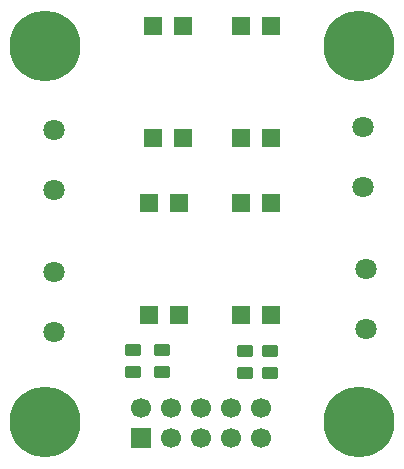
<source format=gbr>
%TF.GenerationSoftware,KiCad,Pcbnew,9.0.6*%
%TF.CreationDate,2025-11-07T06:51:29-08:00*%
%TF.ProjectId,bramble_valve_indexer,6272616d-626c-4655-9f76-616c76655f69,rev?*%
%TF.SameCoordinates,Original*%
%TF.FileFunction,Soldermask,Top*%
%TF.FilePolarity,Negative*%
%FSLAX46Y46*%
G04 Gerber Fmt 4.6, Leading zero omitted, Abs format (unit mm)*
G04 Created by KiCad (PCBNEW 9.0.6) date 2025-11-07 06:51:29*
%MOMM*%
%LPD*%
G01*
G04 APERTURE LIST*
G04 Aperture macros list*
%AMRoundRect*
0 Rectangle with rounded corners*
0 $1 Rounding radius*
0 $2 $3 $4 $5 $6 $7 $8 $9 X,Y pos of 4 corners*
0 Add a 4 corners polygon primitive as box body*
4,1,4,$2,$3,$4,$5,$6,$7,$8,$9,$2,$3,0*
0 Add four circle primitives for the rounded corners*
1,1,$1+$1,$2,$3*
1,1,$1+$1,$4,$5*
1,1,$1+$1,$6,$7*
1,1,$1+$1,$8,$9*
0 Add four rect primitives between the rounded corners*
20,1,$1+$1,$2,$3,$4,$5,0*
20,1,$1+$1,$4,$5,$6,$7,0*
20,1,$1+$1,$6,$7,$8,$9,0*
20,1,$1+$1,$8,$9,$2,$3,0*%
G04 Aperture macros list end*
%ADD10RoundRect,0.250000X0.450000X-0.262500X0.450000X0.262500X-0.450000X0.262500X-0.450000X-0.262500X0*%
%ADD11C,6.000000*%
%ADD12C,1.803400*%
%ADD13R,1.500000X1.500000*%
%ADD14R,1.700000X1.700000*%
%ADD15C,1.700000*%
G04 APERTURE END LIST*
D10*
%TO.C,R12*%
X28270200Y-45794300D03*
X28270200Y-43969300D03*
%TD*%
%TO.C,R21*%
X35280600Y-45897800D03*
X35280600Y-44072800D03*
%TD*%
D11*
%TO.C,H1*%
X18389600Y-18262600D03*
%TD*%
D12*
%TO.C,M4*%
X45542200Y-42211600D03*
X45542200Y-37131600D03*
%TD*%
D13*
%TO.C,K4*%
X27230000Y-41000000D03*
X29770000Y-41000000D03*
X29770000Y-31500000D03*
X27230000Y-31500000D03*
%TD*%
D12*
%TO.C,M2*%
X19126200Y-42418000D03*
X19126200Y-37338000D03*
%TD*%
%TO.C,M3*%
X45313600Y-30175200D03*
X45313600Y-25095200D03*
%TD*%
D13*
%TO.C,K3*%
X35000000Y-41000000D03*
X37540000Y-41000000D03*
X37540000Y-31500000D03*
X35000000Y-31500000D03*
%TD*%
%TO.C,K2*%
X27500000Y-26000000D03*
X30040000Y-26000000D03*
X30040000Y-16500000D03*
X27500000Y-16500000D03*
%TD*%
D10*
%TO.C,R13*%
X25806400Y-45794300D03*
X25806400Y-43969300D03*
%TD*%
D13*
%TO.C,K1*%
X35000000Y-26000000D03*
X37540000Y-26000000D03*
X37540000Y-16500000D03*
X35000000Y-16500000D03*
%TD*%
D11*
%TO.C,H3*%
X44958000Y-50090700D03*
%TD*%
%TO.C,H2*%
X44958000Y-18262600D03*
%TD*%
D14*
%TO.C,J1*%
X26500000Y-51411500D03*
D15*
X26500000Y-48871500D03*
X29040000Y-51411500D03*
X29040000Y-48871500D03*
X31580000Y-51411500D03*
X31580000Y-48871500D03*
X34120000Y-51411500D03*
X34120000Y-48871500D03*
X36660000Y-51411500D03*
X36660000Y-48871500D03*
%TD*%
D12*
%TO.C,M1*%
X19126200Y-30403800D03*
X19126200Y-25323800D03*
%TD*%
D10*
%TO.C,R20*%
X37439600Y-45897800D03*
X37439600Y-44072800D03*
%TD*%
D11*
%TO.C,H4*%
X18389600Y-50039900D03*
%TD*%
M02*

</source>
